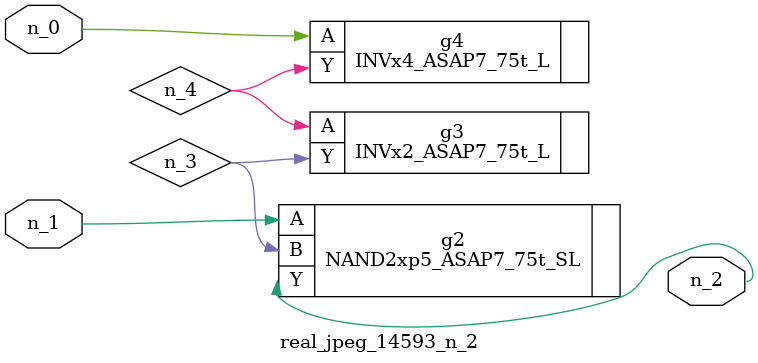
<source format=v>
module real_jpeg_14593_n_2 (n_1, n_0, n_2);

input n_1;
input n_0;

output n_2;

wire n_4;
wire n_3;

INVx4_ASAP7_75t_L g4 ( 
.A(n_0),
.Y(n_4)
);

NAND2xp5_ASAP7_75t_SL g2 ( 
.A(n_1),
.B(n_3),
.Y(n_2)
);

INVx2_ASAP7_75t_L g3 ( 
.A(n_4),
.Y(n_3)
);


endmodule
</source>
